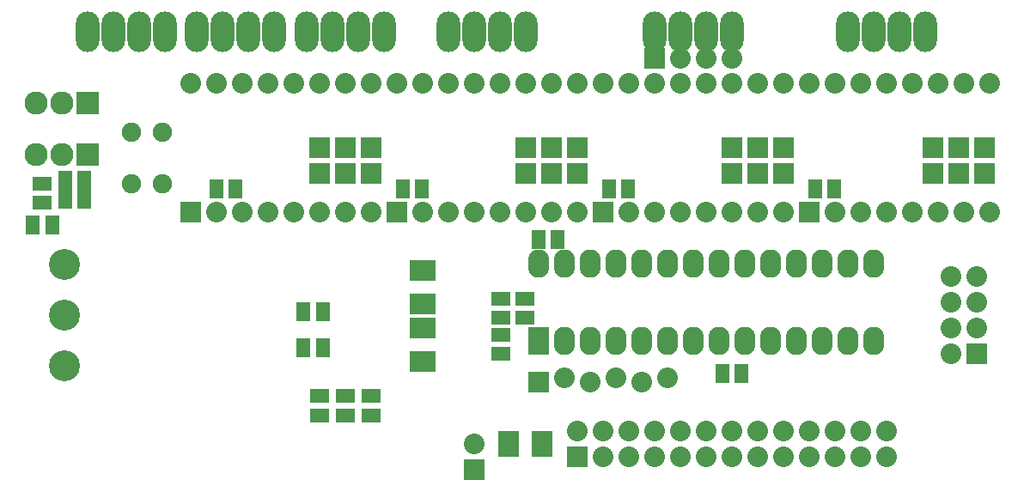
<source format=gbs>
G04 (created by PCBNEW-RS274X (2012-apr-16-27)-stable) date Friday 15,March,2013 10:09:25 PM SGT*
G01*
G70*
G90*
%MOIN*%
G04 Gerber Fmt 3.4, Leading zero omitted, Abs format*
%FSLAX34Y34*%
G04 APERTURE LIST*
%ADD10C,0.006000*%
%ADD11C,0.075000*%
%ADD12R,0.080000X0.080000*%
%ADD13C,0.090000*%
%ADD14R,0.090000X0.090000*%
%ADD15O,0.090900X0.157800*%
%ADD16C,0.080000*%
%ADD17C,0.120000*%
%ADD18R,0.100000X0.080000*%
%ADD19R,0.075000X0.055000*%
%ADD20R,0.055000X0.075000*%
%ADD21O,0.082000X0.110000*%
%ADD22R,0.082000X0.110000*%
%ADD23R,0.080000X0.100000*%
G04 APERTURE END LIST*
G54D10*
G54D11*
X41900Y-39070D03*
X41900Y-37070D03*
X40700Y-39070D03*
X40700Y-37070D03*
G54D12*
X71800Y-38670D03*
X71800Y-37670D03*
X72800Y-38670D03*
X72800Y-37670D03*
X73800Y-38670D03*
X73800Y-37670D03*
X64000Y-38670D03*
X64000Y-37670D03*
X65000Y-38670D03*
X65000Y-37670D03*
X66000Y-38670D03*
X66000Y-37670D03*
X56000Y-38670D03*
X56000Y-37670D03*
X57000Y-38670D03*
X57000Y-37670D03*
X58000Y-38670D03*
X58000Y-37670D03*
X48000Y-38670D03*
X48000Y-37670D03*
G54D10*
G36*
X48600Y-39070D02*
X48600Y-38270D01*
X49400Y-38270D01*
X49400Y-39070D01*
X48600Y-39070D01*
X48600Y-39070D01*
G37*
G36*
X48600Y-38070D02*
X48600Y-37270D01*
X49400Y-37270D01*
X49400Y-38070D01*
X48600Y-38070D01*
X48600Y-38070D01*
G37*
G54D12*
X50000Y-38670D03*
X50000Y-37670D03*
G54D13*
X38000Y-37920D03*
X37000Y-37920D03*
G54D14*
X39000Y-37920D03*
G54D13*
X38000Y-35920D03*
X37000Y-35920D03*
G54D14*
X39000Y-35920D03*
G54D15*
X53000Y-33170D03*
X54000Y-33170D03*
X55000Y-33170D03*
X56000Y-33170D03*
X39000Y-33170D03*
X40000Y-33170D03*
X41000Y-33170D03*
X42000Y-33170D03*
X43250Y-33170D03*
X44250Y-33170D03*
X45250Y-33170D03*
X46250Y-33170D03*
X47500Y-33170D03*
X48500Y-33170D03*
X49500Y-33170D03*
X50500Y-33170D03*
X68500Y-33170D03*
X69500Y-33170D03*
X70500Y-33170D03*
X71500Y-33170D03*
X61000Y-33170D03*
X62000Y-33170D03*
X63000Y-33170D03*
X64000Y-33170D03*
G54D12*
X67000Y-40170D03*
G54D16*
X67000Y-35170D03*
X68000Y-40170D03*
X68000Y-35170D03*
X69000Y-40170D03*
X69000Y-35170D03*
X70000Y-40170D03*
X70000Y-35170D03*
X71000Y-40170D03*
X71000Y-35170D03*
X72000Y-40170D03*
X72000Y-35170D03*
X73000Y-40170D03*
X73000Y-35170D03*
X74000Y-40170D03*
X74000Y-35170D03*
G54D12*
X59000Y-40170D03*
G54D16*
X59000Y-35170D03*
X60000Y-40170D03*
X60000Y-35170D03*
X61000Y-40170D03*
X61000Y-35170D03*
X62000Y-40170D03*
X62000Y-35170D03*
X63000Y-40170D03*
X63000Y-35170D03*
X64000Y-40170D03*
X64000Y-35170D03*
X65000Y-40170D03*
X65000Y-35170D03*
X66000Y-40170D03*
X66000Y-35170D03*
G54D12*
X51000Y-40170D03*
G54D16*
X51000Y-35170D03*
X52000Y-40170D03*
X52000Y-35170D03*
X53000Y-40170D03*
X53000Y-35170D03*
X54000Y-40170D03*
X54000Y-35170D03*
X55000Y-40170D03*
X55000Y-35170D03*
X56000Y-40170D03*
X56000Y-35170D03*
X57000Y-40170D03*
X57000Y-35170D03*
X58000Y-40170D03*
X58000Y-35170D03*
G54D12*
X43000Y-40170D03*
G54D16*
X43000Y-35170D03*
X44000Y-40170D03*
X44000Y-35170D03*
X45000Y-40170D03*
X45000Y-35170D03*
X46000Y-40170D03*
X46000Y-35170D03*
X47000Y-40170D03*
X47000Y-35170D03*
X48000Y-40170D03*
X48000Y-35170D03*
X49000Y-40170D03*
X49000Y-35170D03*
X50000Y-40170D03*
X50000Y-35170D03*
X70000Y-48670D03*
X70000Y-49670D03*
X69000Y-48670D03*
X69000Y-49670D03*
X68000Y-48670D03*
X68000Y-49670D03*
G54D12*
X58000Y-49670D03*
G54D16*
X58000Y-48670D03*
X59000Y-49670D03*
X59000Y-48670D03*
X60000Y-49670D03*
X60000Y-48670D03*
X61000Y-49670D03*
X61000Y-48670D03*
X62000Y-49670D03*
X62000Y-48670D03*
X63000Y-49670D03*
X63000Y-48670D03*
X64000Y-49670D03*
X64000Y-48670D03*
X65000Y-49670D03*
X65000Y-48670D03*
X66000Y-49670D03*
X66000Y-48670D03*
X67000Y-49670D03*
X67000Y-48670D03*
G54D17*
X38100Y-46138D03*
X38100Y-44170D03*
X38100Y-42201D03*
G54D12*
X56500Y-46750D03*
G54D16*
X57500Y-46590D03*
X58500Y-46750D03*
X59500Y-46590D03*
X60500Y-46750D03*
X61500Y-46590D03*
G54D18*
X52000Y-45970D03*
X52000Y-44670D03*
X52000Y-43720D03*
X52000Y-42420D03*
G54D19*
X49000Y-48045D03*
X49000Y-47295D03*
G54D20*
X67975Y-39270D03*
X67225Y-39270D03*
G54D19*
X55050Y-45670D03*
X55050Y-44920D03*
X55975Y-43520D03*
X55975Y-44270D03*
G54D20*
X59975Y-39270D03*
X59225Y-39270D03*
G54D19*
X50000Y-48045D03*
X50000Y-47295D03*
G54D20*
X47375Y-45420D03*
X48125Y-45420D03*
G54D19*
X48000Y-48045D03*
X48000Y-47295D03*
X37250Y-39045D03*
X37250Y-39795D03*
G54D20*
X51975Y-39270D03*
X51225Y-39270D03*
X44000Y-39270D03*
X44750Y-39270D03*
G54D19*
X55050Y-44270D03*
X55050Y-43520D03*
G54D20*
X37625Y-40670D03*
X36875Y-40670D03*
X47375Y-44020D03*
X48125Y-44020D03*
X57250Y-41220D03*
X56500Y-41220D03*
X64375Y-46420D03*
X63625Y-46420D03*
G54D21*
X57500Y-45170D03*
X58500Y-45170D03*
X59500Y-45170D03*
X60500Y-45170D03*
X61500Y-45170D03*
X62500Y-45170D03*
X63500Y-45170D03*
X64500Y-45170D03*
X65500Y-45170D03*
X66500Y-45170D03*
X67500Y-45170D03*
X68500Y-45170D03*
X69500Y-45170D03*
G54D22*
X56500Y-45170D03*
G54D21*
X69500Y-42170D03*
X68500Y-42170D03*
X67500Y-42170D03*
X66500Y-42170D03*
X65500Y-42170D03*
X64500Y-42170D03*
X63500Y-42170D03*
X62500Y-42170D03*
X61500Y-42170D03*
X60500Y-42170D03*
X59500Y-42170D03*
X58500Y-42170D03*
X57500Y-42170D03*
X56500Y-42170D03*
G54D12*
X54000Y-50170D03*
G54D16*
X54000Y-49170D03*
G54D12*
X73500Y-45670D03*
G54D16*
X72500Y-45670D03*
X73500Y-44670D03*
X72500Y-44670D03*
X73500Y-43670D03*
X72500Y-43670D03*
X73500Y-42670D03*
X72500Y-42670D03*
G54D12*
X61000Y-34180D03*
G54D16*
X62000Y-34180D03*
X63000Y-34180D03*
X64000Y-34180D03*
G54D23*
X55350Y-49170D03*
X56650Y-49170D03*
G54D20*
X38125Y-38920D03*
X38875Y-38920D03*
X38875Y-39670D03*
X38125Y-39670D03*
M02*

</source>
